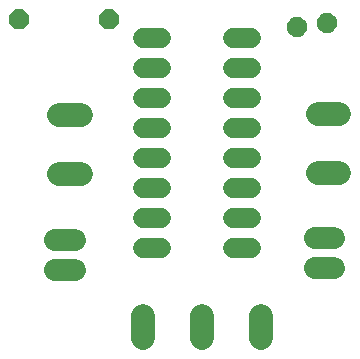
<source format=gbr>
G04 EAGLE Gerber RS-274X export*
G75*
%MOMM*%
%FSLAX34Y34*%
%LPD*%
%INSoldermask Bottom*%
%IPPOS*%
%AMOC8*
5,1,8,0,0,1.08239X$1,22.5*%
G01*
%ADD10C,1.676400*%
%ADD11C,1.879600*%
%ADD12P,1.814519X8X30.300000*%
%ADD13P,1.814519X8X22.500000*%
%ADD14C,2.057400*%


D10*
X134388Y301816D02*
X149120Y301816D01*
X149120Y276416D02*
X134388Y276416D01*
X134388Y149416D02*
X149120Y149416D01*
X149120Y124016D02*
X134388Y124016D01*
X134388Y251016D02*
X149120Y251016D01*
X149120Y225616D02*
X134388Y225616D01*
X134388Y174816D02*
X149120Y174816D01*
X149120Y200216D02*
X134388Y200216D01*
X210588Y124016D02*
X225320Y124016D01*
X225320Y149416D02*
X210588Y149416D01*
X210588Y174816D02*
X225320Y174816D01*
X225320Y200216D02*
X210588Y200216D01*
X210588Y225616D02*
X225320Y225616D01*
X225320Y251016D02*
X210588Y251016D01*
X210588Y276416D02*
X225320Y276416D01*
X225320Y301816D02*
X210588Y301816D01*
D11*
X76746Y131053D02*
X59982Y131053D01*
X59982Y105653D02*
X76746Y105653D01*
X279465Y131967D02*
X296229Y131967D01*
X296229Y106567D02*
X279465Y106567D01*
D12*
X264487Y311231D03*
X289652Y314678D03*
D13*
X29469Y317416D03*
X105669Y317416D03*
D14*
X81519Y236485D02*
X62977Y236485D01*
X62977Y186485D02*
X81519Y186485D01*
X233838Y65968D02*
X233838Y47426D01*
X183838Y47426D02*
X183838Y65968D01*
X133838Y65968D02*
X133838Y47426D01*
X281993Y187301D02*
X300535Y187301D01*
X300535Y237301D02*
X281993Y237301D01*
M02*

</source>
